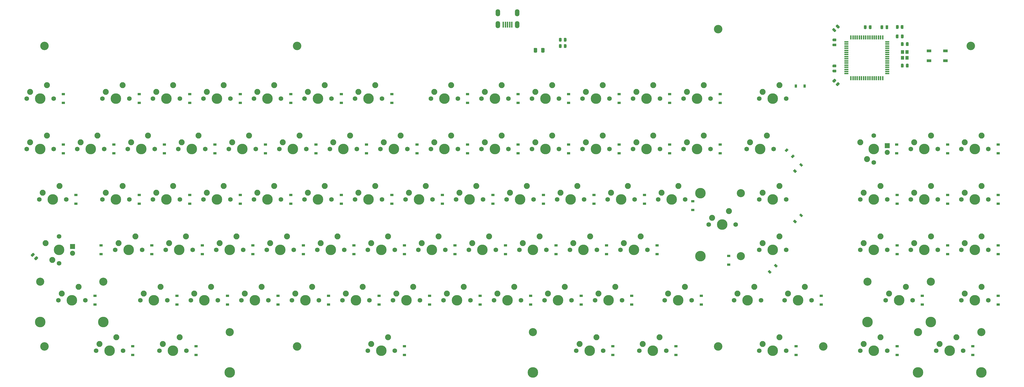
<source format=gbs>
%TF.GenerationSoftware,KiCad,Pcbnew,5.1.9*%
%TF.CreationDate,2021-05-19T15:57:04-04:00*%
%TF.ProjectId,EKS-Mk2,454b532d-4d6b-4322-9e6b-696361645f70,2.1*%
%TF.SameCoordinates,Original*%
%TF.FileFunction,Soldermask,Bot*%
%TF.FilePolarity,Negative*%
%FSLAX46Y46*%
G04 Gerber Fmt 4.6, Leading zero omitted, Abs format (unit mm)*
G04 Created by KiCad (PCBNEW 5.1.9) date 2021-05-19 15:57:04*
%MOMM*%
%LPD*%
G01*
G04 APERTURE LIST*
%ADD10C,3.200000*%
%ADD11O,1.700000X2.700000*%
%ADD12R,0.500000X2.250000*%
%ADD13C,1.750000*%
%ADD14R,1.905000X1.905000*%
%ADD15C,1.905000*%
%ADD16C,2.250000*%
%ADD17C,3.987800*%
%ADD18R,1.200000X1.400000*%
%ADD19R,1.500000X0.550000*%
%ADD20R,0.550000X1.500000*%
%ADD21R,1.800000X1.100000*%
%ADD22C,3.048000*%
%ADD23R,1.200000X0.900000*%
%ADD24C,0.020000*%
%ADD25R,0.900000X1.200000*%
G04 APERTURE END LIST*
D10*
%TO.C,8*%
X295275000Y-93662500D03*
%TD*%
D11*
%TO.C,USB1*%
X172562500Y32385000D03*
X179862500Y32385000D03*
X179862500Y27885000D03*
X172562500Y27885000D03*
D12*
X174612500Y27885000D03*
X175412500Y27885000D03*
X176212500Y27885000D03*
X177012500Y27885000D03*
X177812500Y27885000D03*
%TD*%
D10*
%TO.C,6*%
X96837500Y-93662500D03*
%TD*%
%TO.C,4*%
X350837500Y19843750D03*
%TD*%
%TO.C,7*%
X255587500Y-93662500D03*
%TD*%
%TO.C,2*%
X96837500Y19843750D03*
%TD*%
D13*
%TO.C,MX4*%
X7143750Y-52070000D03*
X7143750Y-62230000D03*
D14*
X12223750Y-55880000D03*
D15*
X12223750Y-58420000D03*
D16*
X4603750Y-60960000D03*
D17*
X7143750Y-57150000D03*
D16*
X2063750Y-54610000D03*
%TD*%
D10*
%TO.C,5*%
X1587500Y-93662500D03*
%TD*%
%TO.C,1*%
X1587500Y19843750D03*
%TD*%
%TO.C,3*%
X255587500Y26193750D03*
%TD*%
D18*
%TO.C,Y1*%
X326795500Y15410000D03*
X326795500Y17610000D03*
X325095500Y17610000D03*
X325095500Y15410000D03*
%TD*%
D19*
%TO.C,U1*%
X303958000Y21430500D03*
X303958000Y20630500D03*
X303958000Y19830500D03*
X303958000Y19030500D03*
X303958000Y18230500D03*
X303958000Y17430500D03*
X303958000Y16630500D03*
X303958000Y15830500D03*
X303958000Y15030500D03*
X303958000Y14230500D03*
X303958000Y13430500D03*
X303958000Y12630500D03*
X303958000Y11830500D03*
X303958000Y11030500D03*
X303958000Y10230500D03*
X303958000Y9430500D03*
D20*
X305658000Y7730500D03*
X306458000Y7730500D03*
X307258000Y7730500D03*
X308058000Y7730500D03*
X308858000Y7730500D03*
X309658000Y7730500D03*
X310458000Y7730500D03*
X311258000Y7730500D03*
X312058000Y7730500D03*
X312858000Y7730500D03*
X313658000Y7730500D03*
X314458000Y7730500D03*
X315258000Y7730500D03*
X316058000Y7730500D03*
X316858000Y7730500D03*
X317658000Y7730500D03*
D19*
X319358000Y9430500D03*
X319358000Y10230500D03*
X319358000Y11030500D03*
X319358000Y11830500D03*
X319358000Y12630500D03*
X319358000Y13430500D03*
X319358000Y14230500D03*
X319358000Y15030500D03*
X319358000Y15830500D03*
X319358000Y16630500D03*
X319358000Y17430500D03*
X319358000Y18230500D03*
X319358000Y19030500D03*
X319358000Y19830500D03*
X319358000Y20630500D03*
X319358000Y21430500D03*
D20*
X317658000Y23130500D03*
X316858000Y23130500D03*
X316058000Y23130500D03*
X315258000Y23130500D03*
X314458000Y23130500D03*
X313658000Y23130500D03*
X312858000Y23130500D03*
X312058000Y23130500D03*
X311258000Y23130500D03*
X310458000Y23130500D03*
X309658000Y23130500D03*
X308858000Y23130500D03*
X308058000Y23130500D03*
X307258000Y23130500D03*
X306458000Y23130500D03*
X305658000Y23130500D03*
%TD*%
D21*
%TO.C,SW1*%
X341301000Y14279000D03*
X335101000Y17979000D03*
X341301000Y17979000D03*
X335101000Y14279000D03*
%TD*%
%TO.C,R5*%
G36*
G01*
X-2123644Y-59088957D02*
X-2760043Y-59725356D01*
G75*
G02*
X-3113593Y-59725356I-176775J176775D01*
G01*
X-3484826Y-59354123D01*
G75*
G02*
X-3484826Y-59000573I176775J176775D01*
G01*
X-2848427Y-58364174D01*
G75*
G02*
X-2494877Y-58364174I176775J-176775D01*
G01*
X-2123644Y-58735407D01*
G75*
G02*
X-2123644Y-59088957I-176775J-176775D01*
G01*
G37*
G36*
G01*
X-833174Y-60379427D02*
X-1469573Y-61015826D01*
G75*
G02*
X-1823123Y-61015826I-176775J176775D01*
G01*
X-2194356Y-60644593D01*
G75*
G02*
X-2194356Y-60291043I176775J176775D01*
G01*
X-1557957Y-59654644D01*
G75*
G02*
X-1204407Y-59654644I176775J-176775D01*
G01*
X-833174Y-60025877D01*
G75*
G02*
X-833174Y-60379427I-176775J-176775D01*
G01*
G37*
%TD*%
%TO.C,R4*%
G36*
G01*
X300072856Y6697043D02*
X299436457Y6060644D01*
G75*
G02*
X299082907Y6060644I-176775J176775D01*
G01*
X298711674Y6431877D01*
G75*
G02*
X298711674Y6785427I176775J176775D01*
G01*
X299348073Y7421826D01*
G75*
G02*
X299701623Y7421826I176775J-176775D01*
G01*
X300072856Y7050593D01*
G75*
G02*
X300072856Y6697043I-176775J-176775D01*
G01*
G37*
G36*
G01*
X301363326Y5406573D02*
X300726927Y4770174D01*
G75*
G02*
X300373377Y4770174I-176775J176775D01*
G01*
X300002144Y5141407D01*
G75*
G02*
X300002144Y5494957I176775J176775D01*
G01*
X300638543Y6131356D01*
G75*
G02*
X300992093Y6131356I176775J-176775D01*
G01*
X301363326Y5760123D01*
G75*
G02*
X301363326Y5406573I-176775J-176775D01*
G01*
G37*
%TD*%
%TO.C,R3*%
G36*
G01*
X196608750Y20293752D02*
X196608750Y19393748D01*
G75*
G02*
X196358752Y19143750I-249998J0D01*
G01*
X195833748Y19143750D01*
G75*
G02*
X195583750Y19393748I0J249998D01*
G01*
X195583750Y20293752D01*
G75*
G02*
X195833748Y20543750I249998J0D01*
G01*
X196358752Y20543750D01*
G75*
G02*
X196608750Y20293752I0J-249998D01*
G01*
G37*
G36*
G01*
X198433750Y20293752D02*
X198433750Y19393748D01*
G75*
G02*
X198183752Y19143750I-249998J0D01*
G01*
X197658748Y19143750D01*
G75*
G02*
X197408750Y19393748I0J249998D01*
G01*
X197408750Y20293752D01*
G75*
G02*
X197658748Y20543750I249998J0D01*
G01*
X198183752Y20543750D01*
G75*
G02*
X198433750Y20293752I0J-249998D01*
G01*
G37*
%TD*%
%TO.C,R2*%
G36*
G01*
X196608750Y22675002D02*
X196608750Y21774998D01*
G75*
G02*
X196358752Y21525000I-249998J0D01*
G01*
X195833748Y21525000D01*
G75*
G02*
X195583750Y21774998I0J249998D01*
G01*
X195583750Y22675002D01*
G75*
G02*
X195833748Y22925000I249998J0D01*
G01*
X196358752Y22925000D01*
G75*
G02*
X196608750Y22675002I0J-249998D01*
G01*
G37*
G36*
G01*
X198433750Y22675002D02*
X198433750Y21774998D01*
G75*
G02*
X198183752Y21525000I-249998J0D01*
G01*
X197658748Y21525000D01*
G75*
G02*
X197408750Y21774998I0J249998D01*
G01*
X197408750Y22675002D01*
G75*
G02*
X197658748Y22925000I249998J0D01*
G01*
X198183752Y22925000D01*
G75*
G02*
X198433750Y22675002I0J-249998D01*
G01*
G37*
%TD*%
%TO.C,R1*%
G36*
G01*
X324472250Y26600998D02*
X324472250Y27501002D01*
G75*
G02*
X324722248Y27751000I249998J0D01*
G01*
X325247252Y27751000D01*
G75*
G02*
X325497250Y27501002I0J-249998D01*
G01*
X325497250Y26600998D01*
G75*
G02*
X325247252Y26351000I-249998J0D01*
G01*
X324722248Y26351000D01*
G75*
G02*
X324472250Y26600998I0J249998D01*
G01*
G37*
G36*
G01*
X322647250Y26600998D02*
X322647250Y27501002D01*
G75*
G02*
X322897248Y27751000I249998J0D01*
G01*
X323422252Y27751000D01*
G75*
G02*
X323672250Y27501002I0J-249998D01*
G01*
X323672250Y26600998D01*
G75*
G02*
X323422252Y26351000I-249998J0D01*
G01*
X322897248Y26351000D01*
G75*
G02*
X322647250Y26600998I0J249998D01*
G01*
G37*
%TD*%
D16*
%TO.C,MX90*%
X345440000Y-90170000D03*
D17*
X342900000Y-95250000D03*
D16*
X339090000Y-92710000D03*
D13*
X337820000Y-95250000D03*
X347980000Y-95250000D03*
D22*
X330993750Y-88265000D03*
X354806250Y-88265000D03*
D17*
X330993750Y-103505000D03*
X354806250Y-103505000D03*
%TD*%
D16*
%TO.C,MX89*%
X354965000Y-71120000D03*
D17*
X352425000Y-76200000D03*
D16*
X348615000Y-73660000D03*
D13*
X347345000Y-76200000D03*
X357505000Y-76200000D03*
%TD*%
D16*
%TO.C,MX88*%
X354965000Y-52070000D03*
D17*
X352425000Y-57150000D03*
D16*
X348615000Y-54610000D03*
D13*
X347345000Y-57150000D03*
X357505000Y-57150000D03*
%TD*%
D16*
%TO.C,MX87*%
X354965000Y-33020000D03*
D17*
X352425000Y-38100000D03*
D16*
X348615000Y-35560000D03*
D13*
X347345000Y-38100000D03*
X357505000Y-38100000D03*
%TD*%
D16*
%TO.C,MX86*%
X354965000Y-13970000D03*
D17*
X352425000Y-19050000D03*
D16*
X348615000Y-16510000D03*
D13*
X347345000Y-19050000D03*
X357505000Y-19050000D03*
%TD*%
D16*
%TO.C,MX85*%
X335915000Y-52070000D03*
D17*
X333375000Y-57150000D03*
D16*
X329565000Y-54610000D03*
D13*
X328295000Y-57150000D03*
X338455000Y-57150000D03*
%TD*%
D16*
%TO.C,MX84*%
X335915000Y-33020000D03*
D17*
X333375000Y-38100000D03*
D16*
X329565000Y-35560000D03*
D13*
X328295000Y-38100000D03*
X338455000Y-38100000D03*
%TD*%
D16*
%TO.C,MX83*%
X335915000Y-13970000D03*
D17*
X333375000Y-19050000D03*
D16*
X329565000Y-16510000D03*
D13*
X328295000Y-19050000D03*
X338455000Y-19050000D03*
%TD*%
D16*
%TO.C,MX82*%
X316865000Y-90170000D03*
D17*
X314325000Y-95250000D03*
D16*
X310515000Y-92710000D03*
D13*
X309245000Y-95250000D03*
X319405000Y-95250000D03*
%TD*%
D16*
%TO.C,MX81*%
X326390000Y-71120000D03*
D17*
X323850000Y-76200000D03*
D16*
X320040000Y-73660000D03*
D13*
X318770000Y-76200000D03*
X328930000Y-76200000D03*
D22*
X311943750Y-69215000D03*
X335756250Y-69215000D03*
D17*
X311943750Y-84455000D03*
X335756250Y-84455000D03*
%TD*%
D16*
%TO.C,MX80*%
X316865000Y-52070000D03*
D17*
X314325000Y-57150000D03*
D16*
X310515000Y-54610000D03*
D13*
X309245000Y-57150000D03*
X319405000Y-57150000D03*
%TD*%
D16*
%TO.C,MX79*%
X316865000Y-33020000D03*
D17*
X314325000Y-38100000D03*
D16*
X310515000Y-35560000D03*
D13*
X309245000Y-38100000D03*
X319405000Y-38100000D03*
%TD*%
%TO.C,MX78*%
X314325000Y-13970000D03*
X314325000Y-24130000D03*
D14*
X319405000Y-17780000D03*
D15*
X319405000Y-20320000D03*
D16*
X311785000Y-22860000D03*
D17*
X314325000Y-19050000D03*
D16*
X309245000Y-16510000D03*
%TD*%
%TO.C,MX77*%
X278765000Y-90170000D03*
D17*
X276225000Y-95250000D03*
D16*
X272415000Y-92710000D03*
D13*
X271145000Y-95250000D03*
X281305000Y-95250000D03*
%TD*%
D16*
%TO.C,MX76*%
X288290000Y-71120000D03*
D17*
X285750000Y-76200000D03*
D16*
X281940000Y-73660000D03*
D13*
X280670000Y-76200000D03*
X290830000Y-76200000D03*
%TD*%
D16*
%TO.C,MX75*%
X269240000Y-71120000D03*
D17*
X266700000Y-76200000D03*
D16*
X262890000Y-73660000D03*
D13*
X261620000Y-76200000D03*
X271780000Y-76200000D03*
%TD*%
D16*
%TO.C,MX74*%
X278765000Y-52070000D03*
D17*
X276225000Y-57150000D03*
D16*
X272415000Y-54610000D03*
D13*
X271145000Y-57150000D03*
X281305000Y-57150000D03*
%TD*%
D16*
%TO.C,MX73*%
X278765000Y-33020000D03*
D17*
X276225000Y-38100000D03*
D16*
X272415000Y-35560000D03*
D13*
X271145000Y-38100000D03*
X281305000Y-38100000D03*
%TD*%
D16*
%TO.C,MX72*%
X233521250Y-90170000D03*
D17*
X230981250Y-95250000D03*
D16*
X227171250Y-92710000D03*
D13*
X225901250Y-95250000D03*
X236061250Y-95250000D03*
%TD*%
D16*
%TO.C,MX71*%
X243046250Y-71120000D03*
D17*
X240506250Y-76200000D03*
D16*
X236696250Y-73660000D03*
D13*
X235426250Y-76200000D03*
X245586250Y-76200000D03*
%TD*%
D17*
%TO.C,MX70*%
X248920000Y-59531250D03*
X248920000Y-35718750D03*
D22*
X264160000Y-59531250D03*
X264160000Y-35718750D03*
D13*
X262255000Y-47625000D03*
X252095000Y-47625000D03*
D16*
X253365000Y-45085000D03*
D17*
X257175000Y-47625000D03*
D16*
X259715000Y-42545000D03*
%TD*%
%TO.C,MX69*%
X274002500Y-13970000D03*
D17*
X271462500Y-19050000D03*
D16*
X267652500Y-16510000D03*
D13*
X266382500Y-19050000D03*
X276542500Y-19050000D03*
%TD*%
D16*
%TO.C,MX68*%
X278765000Y5080000D03*
D17*
X276225000Y0D03*
D16*
X272415000Y2540000D03*
D13*
X271145000Y0D03*
X281305000Y0D03*
%TD*%
D16*
%TO.C,MX67*%
X209708750Y-90170000D03*
D17*
X207168750Y-95250000D03*
D16*
X203358750Y-92710000D03*
D13*
X202088750Y-95250000D03*
X212248750Y-95250000D03*
%TD*%
D16*
%TO.C,MX66*%
X216852500Y-71120000D03*
D17*
X214312500Y-76200000D03*
D16*
X210502500Y-73660000D03*
D13*
X209232500Y-76200000D03*
X219392500Y-76200000D03*
%TD*%
D16*
%TO.C,MX65*%
X226377500Y-52070000D03*
D17*
X223837500Y-57150000D03*
D16*
X220027500Y-54610000D03*
D13*
X218757500Y-57150000D03*
X228917500Y-57150000D03*
%TD*%
D16*
%TO.C,MX64*%
X240665000Y-33020000D03*
D17*
X238125000Y-38100000D03*
D16*
X234315000Y-35560000D03*
D13*
X233045000Y-38100000D03*
X243205000Y-38100000D03*
%TD*%
D16*
%TO.C,MX63*%
X250190000Y-13970000D03*
D17*
X247650000Y-19050000D03*
D16*
X243840000Y-16510000D03*
D13*
X242570000Y-19050000D03*
X252730000Y-19050000D03*
%TD*%
D16*
%TO.C,MX62*%
X250190000Y5080000D03*
D17*
X247650000Y0D03*
D16*
X243840000Y2540000D03*
D13*
X242570000Y0D03*
X252730000Y0D03*
%TD*%
D16*
%TO.C,MX61*%
X197802500Y-71120000D03*
D17*
X195262500Y-76200000D03*
D16*
X191452500Y-73660000D03*
D13*
X190182500Y-76200000D03*
X200342500Y-76200000D03*
%TD*%
D16*
%TO.C,MX60*%
X207327500Y-52070000D03*
D17*
X204787500Y-57150000D03*
D16*
X200977500Y-54610000D03*
D13*
X199707500Y-57150000D03*
X209867500Y-57150000D03*
%TD*%
D16*
%TO.C,MX59*%
X221615000Y-33020000D03*
D17*
X219075000Y-38100000D03*
D16*
X215265000Y-35560000D03*
D13*
X213995000Y-38100000D03*
X224155000Y-38100000D03*
%TD*%
D16*
%TO.C,MX58*%
X231140000Y-13970000D03*
D17*
X228600000Y-19050000D03*
D16*
X224790000Y-16510000D03*
D13*
X223520000Y-19050000D03*
X233680000Y-19050000D03*
%TD*%
D16*
%TO.C,MX57*%
X231140000Y5080000D03*
D17*
X228600000Y0D03*
D16*
X224790000Y2540000D03*
D13*
X223520000Y0D03*
X233680000Y0D03*
%TD*%
D16*
%TO.C,MX56*%
X178752500Y-71120000D03*
D17*
X176212500Y-76200000D03*
D16*
X172402500Y-73660000D03*
D13*
X171132500Y-76200000D03*
X181292500Y-76200000D03*
%TD*%
D16*
%TO.C,MX55*%
X188277500Y-52070000D03*
D17*
X185737500Y-57150000D03*
D16*
X181927500Y-54610000D03*
D13*
X180657500Y-57150000D03*
X190817500Y-57150000D03*
%TD*%
D16*
%TO.C,MX54*%
X202565000Y-33020000D03*
D17*
X200025000Y-38100000D03*
D16*
X196215000Y-35560000D03*
D13*
X194945000Y-38100000D03*
X205105000Y-38100000D03*
%TD*%
D16*
%TO.C,MX53*%
X212090000Y-13970000D03*
D17*
X209550000Y-19050000D03*
D16*
X205740000Y-16510000D03*
D13*
X204470000Y-19050000D03*
X214630000Y-19050000D03*
%TD*%
D16*
%TO.C,MX52*%
X212090000Y5080000D03*
D17*
X209550000Y0D03*
D16*
X205740000Y2540000D03*
D13*
X204470000Y0D03*
X214630000Y0D03*
%TD*%
D16*
%TO.C,MX51*%
X159702500Y-71120000D03*
D17*
X157162500Y-76200000D03*
D16*
X153352500Y-73660000D03*
D13*
X152082500Y-76200000D03*
X162242500Y-76200000D03*
%TD*%
D16*
%TO.C,MX50*%
X169227500Y-52070000D03*
D17*
X166687500Y-57150000D03*
D16*
X162877500Y-54610000D03*
D13*
X161607500Y-57150000D03*
X171767500Y-57150000D03*
%TD*%
D16*
%TO.C,MX49*%
X183515000Y-33020000D03*
D17*
X180975000Y-38100000D03*
D16*
X177165000Y-35560000D03*
D13*
X175895000Y-38100000D03*
X186055000Y-38100000D03*
%TD*%
D16*
%TO.C,MX48*%
X193040000Y-13970000D03*
D17*
X190500000Y-19050000D03*
D16*
X186690000Y-16510000D03*
D13*
X185420000Y-19050000D03*
X195580000Y-19050000D03*
%TD*%
D16*
%TO.C,MX47*%
X193040000Y5080000D03*
D17*
X190500000Y0D03*
D16*
X186690000Y2540000D03*
D13*
X185420000Y0D03*
X195580000Y0D03*
%TD*%
D16*
%TO.C,MX46*%
X164465000Y-33020000D03*
D17*
X161925000Y-38100000D03*
D16*
X158115000Y-35560000D03*
D13*
X156845000Y-38100000D03*
X167005000Y-38100000D03*
%TD*%
D16*
%TO.C,MX45*%
X173990000Y-13970000D03*
D17*
X171450000Y-19050000D03*
D16*
X167640000Y-16510000D03*
D13*
X166370000Y-19050000D03*
X176530000Y-19050000D03*
%TD*%
D16*
%TO.C,MX44*%
X173990000Y5080000D03*
D17*
X171450000Y0D03*
D16*
X167640000Y2540000D03*
D13*
X166370000Y0D03*
X176530000Y0D03*
%TD*%
D16*
%TO.C,MX43*%
X154940000Y-13970000D03*
D17*
X152400000Y-19050000D03*
D16*
X148590000Y-16510000D03*
D13*
X147320000Y-19050000D03*
X157480000Y-19050000D03*
%TD*%
D16*
%TO.C,MX42*%
X154940000Y5080000D03*
D17*
X152400000Y0D03*
D16*
X148590000Y2540000D03*
D13*
X147320000Y0D03*
X157480000Y0D03*
%TD*%
D16*
%TO.C,MX41*%
X150177500Y-52070000D03*
D17*
X147637500Y-57150000D03*
D16*
X143827500Y-54610000D03*
D13*
X142557500Y-57150000D03*
X152717500Y-57150000D03*
%TD*%
D16*
%TO.C,MX40*%
X145415000Y-33020000D03*
D17*
X142875000Y-38100000D03*
D16*
X139065000Y-35560000D03*
D13*
X137795000Y-38100000D03*
X147955000Y-38100000D03*
%TD*%
D16*
%TO.C,MX39*%
X135890000Y-13970000D03*
D17*
X133350000Y-19050000D03*
D16*
X129540000Y-16510000D03*
D13*
X128270000Y-19050000D03*
X138430000Y-19050000D03*
%TD*%
D16*
%TO.C,MX38*%
X126365000Y5080000D03*
D17*
X123825000Y0D03*
D16*
X120015000Y2540000D03*
D13*
X118745000Y0D03*
X128905000Y0D03*
%TD*%
D16*
%TO.C,MX37*%
X140652500Y-71120000D03*
D17*
X138112500Y-76200000D03*
D16*
X134302500Y-73660000D03*
D13*
X133032500Y-76200000D03*
X143192500Y-76200000D03*
%TD*%
D16*
%TO.C,MX36*%
X131127500Y-52070000D03*
D17*
X128587500Y-57150000D03*
D16*
X124777500Y-54610000D03*
D13*
X123507500Y-57150000D03*
X133667500Y-57150000D03*
%TD*%
D16*
%TO.C,MX35*%
X126365000Y-33020000D03*
D17*
X123825000Y-38100000D03*
D16*
X120015000Y-35560000D03*
D13*
X118745000Y-38100000D03*
X128905000Y-38100000D03*
%TD*%
D16*
%TO.C,MX34*%
X116840000Y-13970000D03*
D17*
X114300000Y-19050000D03*
D16*
X110490000Y-16510000D03*
D13*
X109220000Y-19050000D03*
X119380000Y-19050000D03*
%TD*%
D16*
%TO.C,MX33*%
X107315000Y5080000D03*
D17*
X104775000Y0D03*
D16*
X100965000Y2540000D03*
D13*
X99695000Y0D03*
X109855000Y0D03*
%TD*%
D16*
%TO.C,MX32*%
X131127500Y-90170000D03*
D17*
X128587500Y-95250000D03*
D16*
X124777500Y-92710000D03*
D13*
X123507500Y-95250000D03*
X133667500Y-95250000D03*
D22*
X71437500Y-88265000D03*
X185737500Y-88265000D03*
D17*
X71437500Y-103505000D03*
X185737500Y-103505000D03*
%TD*%
D16*
%TO.C,MX31*%
X121602500Y-71120000D03*
D17*
X119062500Y-76200000D03*
D16*
X115252500Y-73660000D03*
D13*
X113982500Y-76200000D03*
X124142500Y-76200000D03*
%TD*%
D16*
%TO.C,MX30*%
X112077500Y-52070000D03*
D17*
X109537500Y-57150000D03*
D16*
X105727500Y-54610000D03*
D13*
X104457500Y-57150000D03*
X114617500Y-57150000D03*
%TD*%
D16*
%TO.C,MX29*%
X107315000Y-33020000D03*
D17*
X104775000Y-38100000D03*
D16*
X100965000Y-35560000D03*
D13*
X99695000Y-38100000D03*
X109855000Y-38100000D03*
%TD*%
D16*
%TO.C,MX28*%
X97790000Y-13970000D03*
D17*
X95250000Y-19050000D03*
D16*
X91440000Y-16510000D03*
D13*
X90170000Y-19050000D03*
X100330000Y-19050000D03*
%TD*%
D16*
%TO.C,MX27*%
X88265000Y5080000D03*
D17*
X85725000Y0D03*
D16*
X81915000Y2540000D03*
D13*
X80645000Y0D03*
X90805000Y0D03*
%TD*%
D16*
%TO.C,MX26*%
X102552500Y-71120000D03*
D17*
X100012500Y-76200000D03*
D16*
X96202500Y-73660000D03*
D13*
X94932500Y-76200000D03*
X105092500Y-76200000D03*
%TD*%
D16*
%TO.C,MX25*%
X93027500Y-52070000D03*
D17*
X90487500Y-57150000D03*
D16*
X86677500Y-54610000D03*
D13*
X85407500Y-57150000D03*
X95567500Y-57150000D03*
%TD*%
D16*
%TO.C,MX24*%
X88265000Y-33020000D03*
D17*
X85725000Y-38100000D03*
D16*
X81915000Y-35560000D03*
D13*
X80645000Y-38100000D03*
X90805000Y-38100000D03*
%TD*%
D16*
%TO.C,MX23*%
X78740000Y-13970000D03*
D17*
X76200000Y-19050000D03*
D16*
X72390000Y-16510000D03*
D13*
X71120000Y-19050000D03*
X81280000Y-19050000D03*
%TD*%
D16*
%TO.C,MX22*%
X69215000Y5080000D03*
D17*
X66675000Y0D03*
D16*
X62865000Y2540000D03*
D13*
X61595000Y0D03*
X71755000Y0D03*
%TD*%
D16*
%TO.C,MX21*%
X83502500Y-71120000D03*
D17*
X80962500Y-76200000D03*
D16*
X77152500Y-73660000D03*
D13*
X75882500Y-76200000D03*
X86042500Y-76200000D03*
%TD*%
D16*
%TO.C,MX20*%
X73977500Y-52070000D03*
D17*
X71437500Y-57150000D03*
D16*
X67627500Y-54610000D03*
D13*
X66357500Y-57150000D03*
X76517500Y-57150000D03*
%TD*%
D16*
%TO.C,MX19*%
X69215000Y-33020000D03*
D17*
X66675000Y-38100000D03*
D16*
X62865000Y-35560000D03*
D13*
X61595000Y-38100000D03*
X71755000Y-38100000D03*
%TD*%
D16*
%TO.C,MX18*%
X59690000Y-13970000D03*
D17*
X57150000Y-19050000D03*
D16*
X53340000Y-16510000D03*
D13*
X52070000Y-19050000D03*
X62230000Y-19050000D03*
%TD*%
D16*
%TO.C,MX17*%
X50165000Y5080000D03*
D17*
X47625000Y0D03*
D16*
X43815000Y2540000D03*
D13*
X42545000Y0D03*
X52705000Y0D03*
%TD*%
D16*
%TO.C,MX16*%
X64452500Y-71120000D03*
D17*
X61912500Y-76200000D03*
D16*
X58102500Y-73660000D03*
D13*
X56832500Y-76200000D03*
X66992500Y-76200000D03*
%TD*%
D16*
%TO.C,MX15*%
X54927500Y-52070000D03*
D17*
X52387500Y-57150000D03*
D16*
X48577500Y-54610000D03*
D13*
X47307500Y-57150000D03*
X57467500Y-57150000D03*
%TD*%
D16*
%TO.C,MX14*%
X50165000Y-33020000D03*
D17*
X47625000Y-38100000D03*
D16*
X43815000Y-35560000D03*
D13*
X42545000Y-38100000D03*
X52705000Y-38100000D03*
%TD*%
D16*
%TO.C,MX13*%
X40640000Y-13970000D03*
D17*
X38100000Y-19050000D03*
D16*
X34290000Y-16510000D03*
D13*
X33020000Y-19050000D03*
X43180000Y-19050000D03*
%TD*%
D16*
%TO.C,MX12*%
X31115000Y5080000D03*
D17*
X28575000Y0D03*
D16*
X24765000Y2540000D03*
D13*
X23495000Y0D03*
X33655000Y0D03*
%TD*%
D16*
%TO.C,MX11*%
X52546250Y-90170000D03*
D17*
X50006250Y-95250000D03*
D16*
X46196250Y-92710000D03*
D13*
X44926250Y-95250000D03*
X55086250Y-95250000D03*
%TD*%
D16*
%TO.C,MX10*%
X45402500Y-71120000D03*
D17*
X42862500Y-76200000D03*
D16*
X39052500Y-73660000D03*
D13*
X37782500Y-76200000D03*
X47942500Y-76200000D03*
%TD*%
D16*
%TO.C,MX9*%
X35877500Y-52070000D03*
D17*
X33337500Y-57150000D03*
D16*
X29527500Y-54610000D03*
D13*
X28257500Y-57150000D03*
X38417500Y-57150000D03*
%TD*%
D16*
%TO.C,MX8*%
X31115000Y-33020000D03*
D17*
X28575000Y-38100000D03*
D16*
X24765000Y-35560000D03*
D13*
X23495000Y-38100000D03*
X33655000Y-38100000D03*
%TD*%
D16*
%TO.C,MX7*%
X21590000Y-13970000D03*
D17*
X19050000Y-19050000D03*
D16*
X15240000Y-16510000D03*
D13*
X13970000Y-19050000D03*
X24130000Y-19050000D03*
%TD*%
D16*
%TO.C,MX6*%
X28733750Y-90170000D03*
D17*
X26193750Y-95250000D03*
D16*
X22383750Y-92710000D03*
D13*
X21113750Y-95250000D03*
X31273750Y-95250000D03*
%TD*%
D16*
%TO.C,MX5*%
X14446250Y-71120000D03*
D17*
X11906250Y-76200000D03*
D16*
X8096250Y-73660000D03*
D13*
X6826250Y-76200000D03*
X16986250Y-76200000D03*
D22*
X0Y-69215000D03*
X23812500Y-69215000D03*
D17*
X0Y-84455000D03*
X23812500Y-84455000D03*
%TD*%
D16*
%TO.C,MX3*%
X7302500Y-33020000D03*
D17*
X4762500Y-38100000D03*
D16*
X952500Y-35560000D03*
D13*
X-317500Y-38100000D03*
X9842500Y-38100000D03*
%TD*%
D16*
%TO.C,MX2*%
X2540000Y-13970000D03*
D17*
X0Y-19050000D03*
D16*
X-3810000Y-16510000D03*
D13*
X-5080000Y-19050000D03*
X5080000Y-19050000D03*
%TD*%
D16*
%TO.C,MX1*%
X2540000Y5080000D03*
D17*
X0Y0D03*
D16*
X-3810000Y2540000D03*
D13*
X-5080000Y0D03*
X5080000Y0D03*
%TD*%
%TO.C,F1*%
G36*
G01*
X187343750Y18881250D02*
X187343750Y17631250D01*
G75*
G02*
X187093750Y17381250I-250000J0D01*
G01*
X186343750Y17381250D01*
G75*
G02*
X186093750Y17631250I0J250000D01*
G01*
X186093750Y18881250D01*
G75*
G02*
X186343750Y19131250I250000J0D01*
G01*
X187093750Y19131250D01*
G75*
G02*
X187343750Y18881250I0J-250000D01*
G01*
G37*
G36*
G01*
X190143750Y18881250D02*
X190143750Y17631250D01*
G75*
G02*
X189893750Y17381250I-250000J0D01*
G01*
X189143750Y17381250D01*
G75*
G02*
X188893750Y17631250I0J250000D01*
G01*
X188893750Y18881250D01*
G75*
G02*
X189143750Y19131250I250000J0D01*
G01*
X189893750Y19131250D01*
G75*
G02*
X190143750Y18881250I0J-250000D01*
G01*
G37*
%TD*%
D23*
%TO.C,D90*%
X351631250Y-93600000D03*
X351631250Y-96900000D03*
%TD*%
%TO.C,D89*%
X361156250Y-74550000D03*
X361156250Y-77850000D03*
%TD*%
%TO.C,D88*%
X361156250Y-55500000D03*
X361156250Y-58800000D03*
%TD*%
%TO.C,D87*%
X361156250Y-36450000D03*
X361156250Y-39750000D03*
%TD*%
%TO.C,D86*%
X361156250Y-17400000D03*
X361156250Y-20700000D03*
%TD*%
%TO.C,D85*%
X342106250Y-55500000D03*
X342106250Y-58800000D03*
%TD*%
%TO.C,D84*%
X342106250Y-36450000D03*
X342106250Y-39750000D03*
%TD*%
%TO.C,D83*%
X342106250Y-17400000D03*
X342106250Y-20700000D03*
%TD*%
%TO.C,D82*%
X323056250Y-93600000D03*
X323056250Y-96900000D03*
%TD*%
%TO.C,D81*%
X332581250Y-74550000D03*
X332581250Y-77850000D03*
%TD*%
%TO.C,D80*%
X323056250Y-55500000D03*
X323056250Y-58800000D03*
%TD*%
%TO.C,D79*%
X323056250Y-36450000D03*
X323056250Y-39750000D03*
%TD*%
%TO.C,D78*%
X322961000Y-17400000D03*
X322961000Y-20700000D03*
%TD*%
%TO.C,D77*%
X284956250Y-93600000D03*
X284956250Y-96900000D03*
%TD*%
%TO.C,D76*%
X294481250Y-74550000D03*
X294481250Y-77850000D03*
%TD*%
D24*
%TO.C,D75*%
G36*
X274952208Y-64718014D02*
G01*
X275800736Y-65566542D01*
X275164340Y-66202938D01*
X274315812Y-65354410D01*
X274952208Y-64718014D01*
G37*
G36*
X277285660Y-62384562D02*
G01*
X278134188Y-63233090D01*
X277497792Y-63869486D01*
X276649264Y-63020958D01*
X277285660Y-62384562D01*
G37*
%TD*%
%TO.C,D74*%
G36*
X284477208Y-45668014D02*
G01*
X285325736Y-46516542D01*
X284689340Y-47152938D01*
X283840812Y-46304410D01*
X284477208Y-45668014D01*
G37*
G36*
X286810660Y-43334562D02*
G01*
X287659188Y-44183090D01*
X287022792Y-44819486D01*
X286174264Y-43970958D01*
X286810660Y-43334562D01*
G37*
%TD*%
%TO.C,D73*%
G36*
X284477208Y-26618014D02*
G01*
X285325736Y-27466542D01*
X284689340Y-28102938D01*
X283840812Y-27254410D01*
X284477208Y-26618014D01*
G37*
G36*
X286810660Y-24284562D02*
G01*
X287659188Y-25133090D01*
X287022792Y-25769486D01*
X286174264Y-24920958D01*
X286810660Y-24284562D01*
G37*
%TD*%
D23*
%TO.C,D72*%
X239712500Y-93600000D03*
X239712500Y-96900000D03*
%TD*%
%TO.C,D71*%
X249237500Y-74550000D03*
X249237500Y-77850000D03*
%TD*%
%TO.C,D70*%
X259556250Y-59468750D03*
X259556250Y-62768750D03*
%TD*%
D24*
%TO.C,D69*%
G36*
X282150736Y-19364708D02*
G01*
X281302208Y-20213236D01*
X280665812Y-19576840D01*
X281514340Y-18728312D01*
X282150736Y-19364708D01*
G37*
G36*
X284484188Y-21698160D02*
G01*
X283635660Y-22546688D01*
X282999264Y-21910292D01*
X283847792Y-21061764D01*
X284484188Y-21698160D01*
G37*
%TD*%
D25*
%TO.C,D68*%
X284893750Y4762500D03*
X288193750Y4762500D03*
%TD*%
D23*
%TO.C,D67*%
X215900000Y-93600000D03*
X215900000Y-96900000D03*
%TD*%
%TO.C,D66*%
X223043750Y-74550000D03*
X223043750Y-77850000D03*
%TD*%
%TO.C,D65*%
X232568750Y-55500000D03*
X232568750Y-58800000D03*
%TD*%
%TO.C,D64*%
X246062500Y-38831250D03*
X246062500Y-42131250D03*
%TD*%
%TO.C,D63*%
X256381250Y-17400000D03*
X256381250Y-20700000D03*
%TD*%
%TO.C,D62*%
X256381250Y1650000D03*
X256381250Y-1650000D03*
%TD*%
%TO.C,D61*%
X203993750Y-74550000D03*
X203993750Y-77850000D03*
%TD*%
%TO.C,D60*%
X213518750Y-55500000D03*
X213518750Y-58800000D03*
%TD*%
%TO.C,D59*%
X227806250Y-36450000D03*
X227806250Y-39750000D03*
%TD*%
%TO.C,D58*%
X237331250Y-17400000D03*
X237331250Y-20700000D03*
%TD*%
%TO.C,D57*%
X237331250Y1650000D03*
X237331250Y-1650000D03*
%TD*%
%TO.C,D56*%
X184943750Y-74550000D03*
X184943750Y-77850000D03*
%TD*%
%TO.C,D55*%
X194468750Y-55500000D03*
X194468750Y-58800000D03*
%TD*%
%TO.C,D54*%
X208756250Y-36450000D03*
X208756250Y-39750000D03*
%TD*%
%TO.C,D53*%
X218281250Y-17400000D03*
X218281250Y-20700000D03*
%TD*%
%TO.C,D52*%
X218281250Y1650000D03*
X218281250Y-1650000D03*
%TD*%
%TO.C,D51*%
X165893750Y-74550000D03*
X165893750Y-77850000D03*
%TD*%
%TO.C,D50*%
X175418750Y-55500000D03*
X175418750Y-58800000D03*
%TD*%
%TO.C,D49*%
X189706250Y-36450000D03*
X189706250Y-39750000D03*
%TD*%
%TO.C,D48*%
X199231250Y-17400000D03*
X199231250Y-20700000D03*
%TD*%
%TO.C,D47*%
X199231250Y1650000D03*
X199231250Y-1650000D03*
%TD*%
%TO.C,D46*%
X170656250Y-36450000D03*
X170656250Y-39750000D03*
%TD*%
%TO.C,D45*%
X180181250Y-17400000D03*
X180181250Y-20700000D03*
%TD*%
%TO.C,D44*%
X180181250Y1650000D03*
X180181250Y-1650000D03*
%TD*%
%TO.C,D43*%
X161131250Y-17400000D03*
X161131250Y-20700000D03*
%TD*%
%TO.C,D42*%
X161131250Y1650000D03*
X161131250Y-1650000D03*
%TD*%
%TO.C,D41*%
X156368750Y-55500000D03*
X156368750Y-58800000D03*
%TD*%
%TO.C,D40*%
X151606250Y-36450000D03*
X151606250Y-39750000D03*
%TD*%
%TO.C,D39*%
X142081250Y-17400000D03*
X142081250Y-20700000D03*
%TD*%
%TO.C,D38*%
X132556250Y1650000D03*
X132556250Y-1650000D03*
%TD*%
%TO.C,D37*%
X146843750Y-74550000D03*
X146843750Y-77850000D03*
%TD*%
%TO.C,D36*%
X137318750Y-55500000D03*
X137318750Y-58800000D03*
%TD*%
%TO.C,D35*%
X132556250Y-36450000D03*
X132556250Y-39750000D03*
%TD*%
%TO.C,D34*%
X123031250Y-17400000D03*
X123031250Y-20700000D03*
%TD*%
%TO.C,D33*%
X113506250Y1650000D03*
X113506250Y-1650000D03*
%TD*%
%TO.C,D32*%
X137318750Y-93600000D03*
X137318750Y-96900000D03*
%TD*%
%TO.C,D31*%
X127793750Y-74550000D03*
X127793750Y-77850000D03*
%TD*%
%TO.C,D30*%
X118268750Y-55500000D03*
X118268750Y-58800000D03*
%TD*%
%TO.C,D29*%
X113506250Y-36450000D03*
X113506250Y-39750000D03*
%TD*%
%TO.C,D28*%
X103981250Y-17400000D03*
X103981250Y-20700000D03*
%TD*%
%TO.C,D27*%
X94456250Y1650000D03*
X94456250Y-1650000D03*
%TD*%
%TO.C,D26*%
X108743750Y-74550000D03*
X108743750Y-77850000D03*
%TD*%
%TO.C,D25*%
X99218750Y-55500000D03*
X99218750Y-58800000D03*
%TD*%
%TO.C,D24*%
X94456250Y-36450000D03*
X94456250Y-39750000D03*
%TD*%
%TO.C,D23*%
X84931250Y-17400000D03*
X84931250Y-20700000D03*
%TD*%
%TO.C,D22*%
X75406250Y1650000D03*
X75406250Y-1650000D03*
%TD*%
%TO.C,D21*%
X89693750Y-74550000D03*
X89693750Y-77850000D03*
%TD*%
%TO.C,D20*%
X80168750Y-55500000D03*
X80168750Y-58800000D03*
%TD*%
%TO.C,D19*%
X75406250Y-36450000D03*
X75406250Y-39750000D03*
%TD*%
%TO.C,D18*%
X65881250Y-17400000D03*
X65881250Y-20700000D03*
%TD*%
%TO.C,D17*%
X56356250Y1650000D03*
X56356250Y-1650000D03*
%TD*%
%TO.C,D16*%
X70643750Y-74550000D03*
X70643750Y-77850000D03*
%TD*%
%TO.C,D15*%
X61118750Y-55500000D03*
X61118750Y-58800000D03*
%TD*%
%TO.C,D14*%
X56356250Y-36450000D03*
X56356250Y-39750000D03*
%TD*%
%TO.C,D13*%
X46831250Y-17400000D03*
X46831250Y-20700000D03*
%TD*%
%TO.C,D12*%
X37306250Y1650000D03*
X37306250Y-1650000D03*
%TD*%
%TO.C,D11*%
X58737500Y-93600000D03*
X58737500Y-96900000D03*
%TD*%
%TO.C,D10*%
X51593750Y-74550000D03*
X51593750Y-77850000D03*
%TD*%
%TO.C,D9*%
X42068750Y-55500000D03*
X42068750Y-58800000D03*
%TD*%
%TO.C,D8*%
X37306250Y-36450000D03*
X37306250Y-39750000D03*
%TD*%
%TO.C,D7*%
X27781250Y-17400000D03*
X27781250Y-20700000D03*
%TD*%
%TO.C,D6*%
X34925000Y-93600000D03*
X34925000Y-96900000D03*
%TD*%
%TO.C,D5*%
X20637500Y-74550000D03*
X20637500Y-77850000D03*
%TD*%
%TO.C,D4*%
X22987000Y-55500000D03*
X22987000Y-58800000D03*
%TD*%
%TO.C,D3*%
X13493750Y-36450000D03*
X13493750Y-39750000D03*
%TD*%
%TO.C,D2*%
X8731250Y-17400000D03*
X8731250Y-20700000D03*
%TD*%
%TO.C,D1*%
X8731250Y1650000D03*
X8731250Y-1650000D03*
%TD*%
%TO.C,C8*%
G36*
G01*
X318743750Y26512500D02*
X318743750Y27462500D01*
G75*
G02*
X318993750Y27712500I250000J0D01*
G01*
X319493750Y27712500D01*
G75*
G02*
X319743750Y27462500I0J-250000D01*
G01*
X319743750Y26512500D01*
G75*
G02*
X319493750Y26262500I-250000J0D01*
G01*
X318993750Y26262500D01*
G75*
G02*
X318743750Y26512500I0J250000D01*
G01*
G37*
G36*
G01*
X316843750Y26512500D02*
X316843750Y27462500D01*
G75*
G02*
X317093750Y27712500I250000J0D01*
G01*
X317593750Y27712500D01*
G75*
G02*
X317843750Y27462500I0J-250000D01*
G01*
X317843750Y26512500D01*
G75*
G02*
X317593750Y26262500I-250000J0D01*
G01*
X317093750Y26262500D01*
G75*
G02*
X316843750Y26512500I0J250000D01*
G01*
G37*
%TD*%
%TO.C,C7*%
G36*
G01*
X299383427Y26560678D02*
X300055178Y25888927D01*
G75*
G02*
X300055178Y25535373I-176777J-176777D01*
G01*
X299701625Y25181820D01*
G75*
G02*
X299348071Y25181820I-176777J176777D01*
G01*
X298676320Y25853571D01*
G75*
G02*
X298676320Y26207125I176777J176777D01*
G01*
X299029873Y26560678D01*
G75*
G02*
X299383427Y26560678I176777J-176777D01*
G01*
G37*
G36*
G01*
X300726929Y27904180D02*
X301398680Y27232429D01*
G75*
G02*
X301398680Y26878875I-176777J-176777D01*
G01*
X301045127Y26525322D01*
G75*
G02*
X300691573Y26525322I-176777J176777D01*
G01*
X300019822Y27197073D01*
G75*
G02*
X300019822Y27550627I176777J176777D01*
G01*
X300373375Y27904180D01*
G75*
G02*
X300726929Y27904180I176777J-176777D01*
G01*
G37*
%TD*%
%TO.C,C6*%
G36*
G01*
X322622250Y23020000D02*
X322622250Y23970000D01*
G75*
G02*
X322872250Y24220000I250000J0D01*
G01*
X323372250Y24220000D01*
G75*
G02*
X323622250Y23970000I0J-250000D01*
G01*
X323622250Y23020000D01*
G75*
G02*
X323372250Y22770000I-250000J0D01*
G01*
X322872250Y22770000D01*
G75*
G02*
X322622250Y23020000I0J250000D01*
G01*
G37*
G36*
G01*
X324522250Y23020000D02*
X324522250Y23970000D01*
G75*
G02*
X324772250Y24220000I250000J0D01*
G01*
X325272250Y24220000D01*
G75*
G02*
X325522250Y23970000I0J-250000D01*
G01*
X325522250Y23020000D01*
G75*
G02*
X325272250Y22770000I-250000J0D01*
G01*
X324772250Y22770000D01*
G75*
G02*
X324522250Y23020000I0J250000D01*
G01*
G37*
%TD*%
%TO.C,C5*%
G36*
G01*
X299941000Y11816500D02*
X298991000Y11816500D01*
G75*
G02*
X298741000Y12066500I0J250000D01*
G01*
X298741000Y12566500D01*
G75*
G02*
X298991000Y12816500I250000J0D01*
G01*
X299941000Y12816500D01*
G75*
G02*
X300191000Y12566500I0J-250000D01*
G01*
X300191000Y12066500D01*
G75*
G02*
X299941000Y11816500I-250000J0D01*
G01*
G37*
G36*
G01*
X299941000Y9916500D02*
X298991000Y9916500D01*
G75*
G02*
X298741000Y10166500I0J250000D01*
G01*
X298741000Y10666500D01*
G75*
G02*
X298991000Y10916500I250000J0D01*
G01*
X299941000Y10916500D01*
G75*
G02*
X300191000Y10666500I0J-250000D01*
G01*
X300191000Y10166500D01*
G75*
G02*
X299941000Y9916500I-250000J0D01*
G01*
G37*
%TD*%
%TO.C,C4*%
G36*
G01*
X298991000Y20759000D02*
X299941000Y20759000D01*
G75*
G02*
X300191000Y20509000I0J-250000D01*
G01*
X300191000Y20009000D01*
G75*
G02*
X299941000Y19759000I-250000J0D01*
G01*
X298991000Y19759000D01*
G75*
G02*
X298741000Y20009000I0J250000D01*
G01*
X298741000Y20509000D01*
G75*
G02*
X298991000Y20759000I250000J0D01*
G01*
G37*
G36*
G01*
X298991000Y22659000D02*
X299941000Y22659000D01*
G75*
G02*
X300191000Y22409000I0J-250000D01*
G01*
X300191000Y21909000D01*
G75*
G02*
X299941000Y21659000I-250000J0D01*
G01*
X298991000Y21659000D01*
G75*
G02*
X298741000Y21909000I0J250000D01*
G01*
X298741000Y22409000D01*
G75*
G02*
X298991000Y22659000I250000J0D01*
G01*
G37*
%TD*%
%TO.C,C3*%
G36*
G01*
X325527250Y21049000D02*
X325527250Y20099000D01*
G75*
G02*
X325277250Y19849000I-250000J0D01*
G01*
X324777250Y19849000D01*
G75*
G02*
X324527250Y20099000I0J250000D01*
G01*
X324527250Y21049000D01*
G75*
G02*
X324777250Y21299000I250000J0D01*
G01*
X325277250Y21299000D01*
G75*
G02*
X325527250Y21049000I0J-250000D01*
G01*
G37*
G36*
G01*
X327427250Y21049000D02*
X327427250Y20099000D01*
G75*
G02*
X327177250Y19849000I-250000J0D01*
G01*
X326677250Y19849000D01*
G75*
G02*
X326427250Y20099000I0J250000D01*
G01*
X326427250Y21049000D01*
G75*
G02*
X326677250Y21299000I250000J0D01*
G01*
X327177250Y21299000D01*
G75*
G02*
X327427250Y21049000I0J-250000D01*
G01*
G37*
%TD*%
%TO.C,C2*%
G36*
G01*
X326427250Y11971000D02*
X326427250Y12921000D01*
G75*
G02*
X326677250Y13171000I250000J0D01*
G01*
X327177250Y13171000D01*
G75*
G02*
X327427250Y12921000I0J-250000D01*
G01*
X327427250Y11971000D01*
G75*
G02*
X327177250Y11721000I-250000J0D01*
G01*
X326677250Y11721000D01*
G75*
G02*
X326427250Y11971000I0J250000D01*
G01*
G37*
G36*
G01*
X324527250Y11971000D02*
X324527250Y12921000D01*
G75*
G02*
X324777250Y13171000I250000J0D01*
G01*
X325277250Y13171000D01*
G75*
G02*
X325527250Y12921000I0J-250000D01*
G01*
X325527250Y11971000D01*
G75*
G02*
X325277250Y11721000I-250000J0D01*
G01*
X324777250Y11721000D01*
G75*
G02*
X324527250Y11971000I0J250000D01*
G01*
G37*
%TD*%
%TO.C,C1*%
G36*
G01*
X312457250Y26512500D02*
X312457250Y27462500D01*
G75*
G02*
X312707250Y27712500I250000J0D01*
G01*
X313207250Y27712500D01*
G75*
G02*
X313457250Y27462500I0J-250000D01*
G01*
X313457250Y26512500D01*
G75*
G02*
X313207250Y26262500I-250000J0D01*
G01*
X312707250Y26262500D01*
G75*
G02*
X312457250Y26512500I0J250000D01*
G01*
G37*
G36*
G01*
X310557250Y26512500D02*
X310557250Y27462500D01*
G75*
G02*
X310807250Y27712500I250000J0D01*
G01*
X311307250Y27712500D01*
G75*
G02*
X311557250Y27462500I0J-250000D01*
G01*
X311557250Y26512500D01*
G75*
G02*
X311307250Y26262500I-250000J0D01*
G01*
X310807250Y26262500D01*
G75*
G02*
X310557250Y26512500I0J250000D01*
G01*
G37*
%TD*%
M02*

</source>
